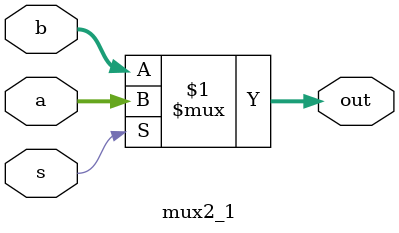
<source format=sv>
module mux2_1#(parameter n=32)(a,b,s,out);
  input logic[n-1:0] a;
  input logic[n-1:0] b;
  input logic s;
  output logic[n-1:0] out;
  assign out=s? a:b;
endmodule
</source>
